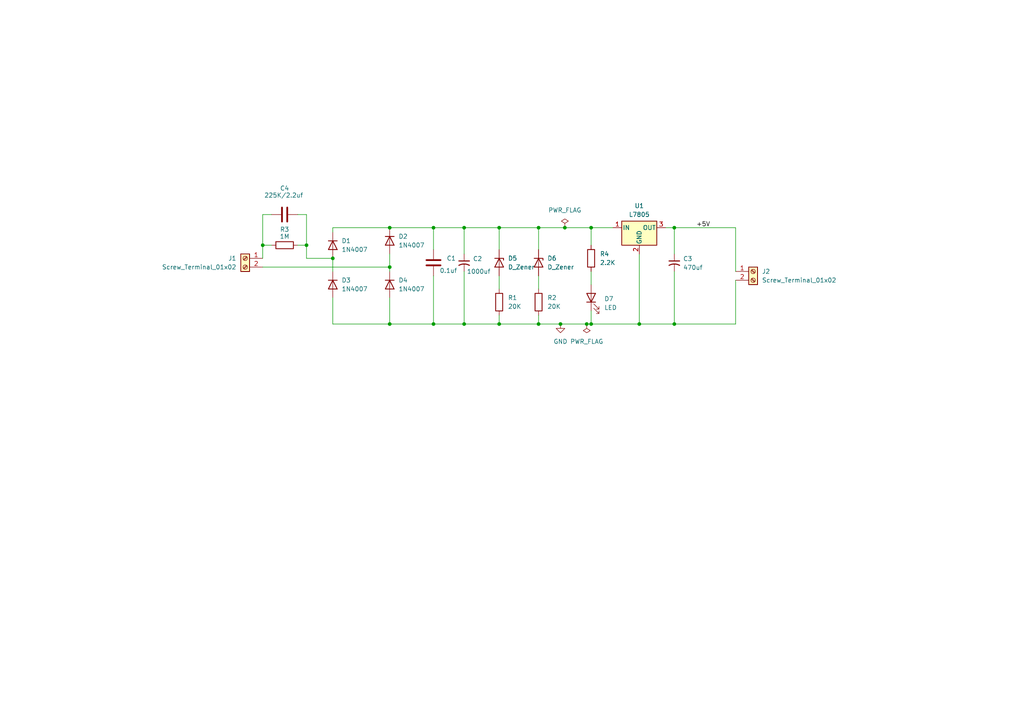
<source format=kicad_sch>
(kicad_sch
	(version 20250114)
	(generator "eeschema")
	(generator_version "9.0")
	(uuid "852b8085-38d4-4e24-b671-aadafc73cab0")
	(paper "A4")
	(lib_symbols
		(symbol "Connector:Screw_Terminal_01x02"
			(pin_names
				(offset 1.016)
				(hide yes)
			)
			(exclude_from_sim no)
			(in_bom yes)
			(on_board yes)
			(property "Reference" "J"
				(at 0 2.54 0)
				(effects
					(font
						(size 1.27 1.27)
					)
				)
			)
			(property "Value" "Screw_Terminal_01x02"
				(at 0 -5.08 0)
				(effects
					(font
						(size 1.27 1.27)
					)
				)
			)
			(property "Footprint" ""
				(at 0 0 0)
				(effects
					(font
						(size 1.27 1.27)
					)
					(hide yes)
				)
			)
			(property "Datasheet" "~"
				(at 0 0 0)
				(effects
					(font
						(size 1.27 1.27)
					)
					(hide yes)
				)
			)
			(property "Description" "Generic screw terminal, single row, 01x02, script generated (kicad-library-utils/schlib/autogen/connector/)"
				(at 0 0 0)
				(effects
					(font
						(size 1.27 1.27)
					)
					(hide yes)
				)
			)
			(property "ki_keywords" "screw terminal"
				(at 0 0 0)
				(effects
					(font
						(size 1.27 1.27)
					)
					(hide yes)
				)
			)
			(property "ki_fp_filters" "TerminalBlock*:*"
				(at 0 0 0)
				(effects
					(font
						(size 1.27 1.27)
					)
					(hide yes)
				)
			)
			(symbol "Screw_Terminal_01x02_1_1"
				(rectangle
					(start -1.27 1.27)
					(end 1.27 -3.81)
					(stroke
						(width 0.254)
						(type default)
					)
					(fill
						(type background)
					)
				)
				(polyline
					(pts
						(xy -0.5334 0.3302) (xy 0.3302 -0.508)
					)
					(stroke
						(width 0.1524)
						(type default)
					)
					(fill
						(type none)
					)
				)
				(polyline
					(pts
						(xy -0.5334 -2.2098) (xy 0.3302 -3.048)
					)
					(stroke
						(width 0.1524)
						(type default)
					)
					(fill
						(type none)
					)
				)
				(polyline
					(pts
						(xy -0.3556 0.508) (xy 0.508 -0.3302)
					)
					(stroke
						(width 0.1524)
						(type default)
					)
					(fill
						(type none)
					)
				)
				(polyline
					(pts
						(xy -0.3556 -2.032) (xy 0.508 -2.8702)
					)
					(stroke
						(width 0.1524)
						(type default)
					)
					(fill
						(type none)
					)
				)
				(circle
					(center 0 0)
					(radius 0.635)
					(stroke
						(width 0.1524)
						(type default)
					)
					(fill
						(type none)
					)
				)
				(circle
					(center 0 -2.54)
					(radius 0.635)
					(stroke
						(width 0.1524)
						(type default)
					)
					(fill
						(type none)
					)
				)
				(pin passive line
					(at -5.08 0 0)
					(length 3.81)
					(name "Pin_1"
						(effects
							(font
								(size 1.27 1.27)
							)
						)
					)
					(number "1"
						(effects
							(font
								(size 1.27 1.27)
							)
						)
					)
				)
				(pin passive line
					(at -5.08 -2.54 0)
					(length 3.81)
					(name "Pin_2"
						(effects
							(font
								(size 1.27 1.27)
							)
						)
					)
					(number "2"
						(effects
							(font
								(size 1.27 1.27)
							)
						)
					)
				)
			)
			(embedded_fonts no)
		)
		(symbol "Device:C"
			(pin_numbers
				(hide yes)
			)
			(pin_names
				(offset 0.254)
			)
			(exclude_from_sim no)
			(in_bom yes)
			(on_board yes)
			(property "Reference" "C"
				(at 0.635 2.54 0)
				(effects
					(font
						(size 1.27 1.27)
					)
					(justify left)
				)
			)
			(property "Value" "C"
				(at 0.635 -2.54 0)
				(effects
					(font
						(size 1.27 1.27)
					)
					(justify left)
				)
			)
			(property "Footprint" ""
				(at 0.9652 -3.81 0)
				(effects
					(font
						(size 1.27 1.27)
					)
					(hide yes)
				)
			)
			(property "Datasheet" "~"
				(at 0 0 0)
				(effects
					(font
						(size 1.27 1.27)
					)
					(hide yes)
				)
			)
			(property "Description" "Unpolarized capacitor"
				(at 0 0 0)
				(effects
					(font
						(size 1.27 1.27)
					)
					(hide yes)
				)
			)
			(property "ki_keywords" "cap capacitor"
				(at 0 0 0)
				(effects
					(font
						(size 1.27 1.27)
					)
					(hide yes)
				)
			)
			(property "ki_fp_filters" "C_*"
				(at 0 0 0)
				(effects
					(font
						(size 1.27 1.27)
					)
					(hide yes)
				)
			)
			(symbol "C_0_1"
				(polyline
					(pts
						(xy -2.032 0.762) (xy 2.032 0.762)
					)
					(stroke
						(width 0.508)
						(type default)
					)
					(fill
						(type none)
					)
				)
				(polyline
					(pts
						(xy -2.032 -0.762) (xy 2.032 -0.762)
					)
					(stroke
						(width 0.508)
						(type default)
					)
					(fill
						(type none)
					)
				)
			)
			(symbol "C_1_1"
				(pin passive line
					(at 0 3.81 270)
					(length 2.794)
					(name "~"
						(effects
							(font
								(size 1.27 1.27)
							)
						)
					)
					(number "1"
						(effects
							(font
								(size 1.27 1.27)
							)
						)
					)
				)
				(pin passive line
					(at 0 -3.81 90)
					(length 2.794)
					(name "~"
						(effects
							(font
								(size 1.27 1.27)
							)
						)
					)
					(number "2"
						(effects
							(font
								(size 1.27 1.27)
							)
						)
					)
				)
			)
			(embedded_fonts no)
		)
		(symbol "Device:C_Small_US"
			(pin_numbers
				(hide yes)
			)
			(pin_names
				(offset 0.254)
				(hide yes)
			)
			(exclude_from_sim no)
			(in_bom yes)
			(on_board yes)
			(property "Reference" "C"
				(at 0.254 1.778 0)
				(effects
					(font
						(size 1.27 1.27)
					)
					(justify left)
				)
			)
			(property "Value" "C_Small_US"
				(at 0.254 -2.032 0)
				(effects
					(font
						(size 1.27 1.27)
					)
					(justify left)
				)
			)
			(property "Footprint" ""
				(at 0 0 0)
				(effects
					(font
						(size 1.27 1.27)
					)
					(hide yes)
				)
			)
			(property "Datasheet" ""
				(at 0 0 0)
				(effects
					(font
						(size 1.27 1.27)
					)
					(hide yes)
				)
			)
			(property "Description" "capacitor, small US symbol"
				(at 0 0 0)
				(effects
					(font
						(size 1.27 1.27)
					)
					(hide yes)
				)
			)
			(property "ki_keywords" "cap capacitor"
				(at 0 0 0)
				(effects
					(font
						(size 1.27 1.27)
					)
					(hide yes)
				)
			)
			(property "ki_fp_filters" "C_*"
				(at 0 0 0)
				(effects
					(font
						(size 1.27 1.27)
					)
					(hide yes)
				)
			)
			(symbol "C_Small_US_0_1"
				(polyline
					(pts
						(xy -1.524 0.508) (xy 1.524 0.508)
					)
					(stroke
						(width 0.3048)
						(type default)
					)
					(fill
						(type none)
					)
				)
				(arc
					(start -1.524 -0.762)
					(mid 0 -0.3734)
					(end 1.524 -0.762)
					(stroke
						(width 0.3048)
						(type default)
					)
					(fill
						(type none)
					)
				)
			)
			(symbol "C_Small_US_1_1"
				(pin passive line
					(at 0 2.54 270)
					(length 2.032)
					(name "~"
						(effects
							(font
								(size 1.27 1.27)
							)
						)
					)
					(number "1"
						(effects
							(font
								(size 1.27 1.27)
							)
						)
					)
				)
				(pin passive line
					(at 0 -2.54 90)
					(length 2.032)
					(name "~"
						(effects
							(font
								(size 1.27 1.27)
							)
						)
					)
					(number "2"
						(effects
							(font
								(size 1.27 1.27)
							)
						)
					)
				)
			)
			(embedded_fonts no)
		)
		(symbol "Device:D_Zener"
			(pin_numbers
				(hide yes)
			)
			(pin_names
				(offset 1.016)
				(hide yes)
			)
			(exclude_from_sim no)
			(in_bom yes)
			(on_board yes)
			(property "Reference" "D"
				(at 0 2.54 0)
				(effects
					(font
						(size 1.27 1.27)
					)
				)
			)
			(property "Value" "D_Zener"
				(at 0 -2.54 0)
				(effects
					(font
						(size 1.27 1.27)
					)
				)
			)
			(property "Footprint" ""
				(at 0 0 0)
				(effects
					(font
						(size 1.27 1.27)
					)
					(hide yes)
				)
			)
			(property "Datasheet" "~"
				(at 0 0 0)
				(effects
					(font
						(size 1.27 1.27)
					)
					(hide yes)
				)
			)
			(property "Description" "Zener diode"
				(at 0 0 0)
				(effects
					(font
						(size 1.27 1.27)
					)
					(hide yes)
				)
			)
			(property "ki_keywords" "diode"
				(at 0 0 0)
				(effects
					(font
						(size 1.27 1.27)
					)
					(hide yes)
				)
			)
			(property "ki_fp_filters" "TO-???* *_Diode_* *SingleDiode* D_*"
				(at 0 0 0)
				(effects
					(font
						(size 1.27 1.27)
					)
					(hide yes)
				)
			)
			(symbol "D_Zener_0_1"
				(polyline
					(pts
						(xy -1.27 -1.27) (xy -1.27 1.27) (xy -0.762 1.27)
					)
					(stroke
						(width 0.254)
						(type default)
					)
					(fill
						(type none)
					)
				)
				(polyline
					(pts
						(xy 1.27 0) (xy -1.27 0)
					)
					(stroke
						(width 0)
						(type default)
					)
					(fill
						(type none)
					)
				)
				(polyline
					(pts
						(xy 1.27 -1.27) (xy 1.27 1.27) (xy -1.27 0) (xy 1.27 -1.27)
					)
					(stroke
						(width 0.254)
						(type default)
					)
					(fill
						(type none)
					)
				)
			)
			(symbol "D_Zener_1_1"
				(pin passive line
					(at -3.81 0 0)
					(length 2.54)
					(name "K"
						(effects
							(font
								(size 1.27 1.27)
							)
						)
					)
					(number "1"
						(effects
							(font
								(size 1.27 1.27)
							)
						)
					)
				)
				(pin passive line
					(at 3.81 0 180)
					(length 2.54)
					(name "A"
						(effects
							(font
								(size 1.27 1.27)
							)
						)
					)
					(number "2"
						(effects
							(font
								(size 1.27 1.27)
							)
						)
					)
				)
			)
			(embedded_fonts no)
		)
		(symbol "Device:LED"
			(pin_numbers
				(hide yes)
			)
			(pin_names
				(offset 1.016)
				(hide yes)
			)
			(exclude_from_sim no)
			(in_bom yes)
			(on_board yes)
			(property "Reference" "D"
				(at 0 2.54 0)
				(effects
					(font
						(size 1.27 1.27)
					)
				)
			)
			(property "Value" "LED"
				(at 0 -2.54 0)
				(effects
					(font
						(size 1.27 1.27)
					)
				)
			)
			(property "Footprint" ""
				(at 0 0 0)
				(effects
					(font
						(size 1.27 1.27)
					)
					(hide yes)
				)
			)
			(property "Datasheet" "~"
				(at 0 0 0)
				(effects
					(font
						(size 1.27 1.27)
					)
					(hide yes)
				)
			)
			(property "Description" "Light emitting diode"
				(at 0 0 0)
				(effects
					(font
						(size 1.27 1.27)
					)
					(hide yes)
				)
			)
			(property "Sim.Pins" "1=K 2=A"
				(at 0 0 0)
				(effects
					(font
						(size 1.27 1.27)
					)
					(hide yes)
				)
			)
			(property "ki_keywords" "LED diode"
				(at 0 0 0)
				(effects
					(font
						(size 1.27 1.27)
					)
					(hide yes)
				)
			)
			(property "ki_fp_filters" "LED* LED_SMD:* LED_THT:*"
				(at 0 0 0)
				(effects
					(font
						(size 1.27 1.27)
					)
					(hide yes)
				)
			)
			(symbol "LED_0_1"
				(polyline
					(pts
						(xy -3.048 -0.762) (xy -4.572 -2.286) (xy -3.81 -2.286) (xy -4.572 -2.286) (xy -4.572 -1.524)
					)
					(stroke
						(width 0)
						(type default)
					)
					(fill
						(type none)
					)
				)
				(polyline
					(pts
						(xy -1.778 -0.762) (xy -3.302 -2.286) (xy -2.54 -2.286) (xy -3.302 -2.286) (xy -3.302 -1.524)
					)
					(stroke
						(width 0)
						(type default)
					)
					(fill
						(type none)
					)
				)
				(polyline
					(pts
						(xy -1.27 0) (xy 1.27 0)
					)
					(stroke
						(width 0)
						(type default)
					)
					(fill
						(type none)
					)
				)
				(polyline
					(pts
						(xy -1.27 -1.27) (xy -1.27 1.27)
					)
					(stroke
						(width 0.254)
						(type default)
					)
					(fill
						(type none)
					)
				)
				(polyline
					(pts
						(xy 1.27 -1.27) (xy 1.27 1.27) (xy -1.27 0) (xy 1.27 -1.27)
					)
					(stroke
						(width 0.254)
						(type default)
					)
					(fill
						(type none)
					)
				)
			)
			(symbol "LED_1_1"
				(pin passive line
					(at -3.81 0 0)
					(length 2.54)
					(name "K"
						(effects
							(font
								(size 1.27 1.27)
							)
						)
					)
					(number "1"
						(effects
							(font
								(size 1.27 1.27)
							)
						)
					)
				)
				(pin passive line
					(at 3.81 0 180)
					(length 2.54)
					(name "A"
						(effects
							(font
								(size 1.27 1.27)
							)
						)
					)
					(number "2"
						(effects
							(font
								(size 1.27 1.27)
							)
						)
					)
				)
			)
			(embedded_fonts no)
		)
		(symbol "Device:R"
			(pin_numbers
				(hide yes)
			)
			(pin_names
				(offset 0)
			)
			(exclude_from_sim no)
			(in_bom yes)
			(on_board yes)
			(property "Reference" "R"
				(at 2.032 0 90)
				(effects
					(font
						(size 1.27 1.27)
					)
				)
			)
			(property "Value" "R"
				(at 0 0 90)
				(effects
					(font
						(size 1.27 1.27)
					)
				)
			)
			(property "Footprint" ""
				(at -1.778 0 90)
				(effects
					(font
						(size 1.27 1.27)
					)
					(hide yes)
				)
			)
			(property "Datasheet" "~"
				(at 0 0 0)
				(effects
					(font
						(size 1.27 1.27)
					)
					(hide yes)
				)
			)
			(property "Description" "Resistor"
				(at 0 0 0)
				(effects
					(font
						(size 1.27 1.27)
					)
					(hide yes)
				)
			)
			(property "ki_keywords" "R res resistor"
				(at 0 0 0)
				(effects
					(font
						(size 1.27 1.27)
					)
					(hide yes)
				)
			)
			(property "ki_fp_filters" "R_*"
				(at 0 0 0)
				(effects
					(font
						(size 1.27 1.27)
					)
					(hide yes)
				)
			)
			(symbol "R_0_1"
				(rectangle
					(start -1.016 -2.54)
					(end 1.016 2.54)
					(stroke
						(width 0.254)
						(type default)
					)
					(fill
						(type none)
					)
				)
			)
			(symbol "R_1_1"
				(pin passive line
					(at 0 3.81 270)
					(length 1.27)
					(name "~"
						(effects
							(font
								(size 1.27 1.27)
							)
						)
					)
					(number "1"
						(effects
							(font
								(size 1.27 1.27)
							)
						)
					)
				)
				(pin passive line
					(at 0 -3.81 90)
					(length 1.27)
					(name "~"
						(effects
							(font
								(size 1.27 1.27)
							)
						)
					)
					(number "2"
						(effects
							(font
								(size 1.27 1.27)
							)
						)
					)
				)
			)
			(embedded_fonts no)
		)
		(symbol "Diode:1N4007"
			(pin_numbers
				(hide yes)
			)
			(pin_names
				(hide yes)
			)
			(exclude_from_sim no)
			(in_bom yes)
			(on_board yes)
			(property "Reference" "D"
				(at 0 2.54 0)
				(effects
					(font
						(size 1.27 1.27)
					)
				)
			)
			(property "Value" "1N4007"
				(at 0 -2.54 0)
				(effects
					(font
						(size 1.27 1.27)
					)
				)
			)
			(property "Footprint" "Diode_THT:D_DO-41_SOD81_P10.16mm_Horizontal"
				(at 0 -4.445 0)
				(effects
					(font
						(size 1.27 1.27)
					)
					(hide yes)
				)
			)
			(property "Datasheet" "http://www.vishay.com/docs/88503/1n4001.pdf"
				(at 0 0 0)
				(effects
					(font
						(size 1.27 1.27)
					)
					(hide yes)
				)
			)
			(property "Description" "1000V 1A General Purpose Rectifier Diode, DO-41"
				(at 0 0 0)
				(effects
					(font
						(size 1.27 1.27)
					)
					(hide yes)
				)
			)
			(property "Sim.Device" "D"
				(at 0 0 0)
				(effects
					(font
						(size 1.27 1.27)
					)
					(hide yes)
				)
			)
			(property "Sim.Pins" "1=K 2=A"
				(at 0 0 0)
				(effects
					(font
						(size 1.27 1.27)
					)
					(hide yes)
				)
			)
			(property "ki_keywords" "diode"
				(at 0 0 0)
				(effects
					(font
						(size 1.27 1.27)
					)
					(hide yes)
				)
			)
			(property "ki_fp_filters" "D*DO?41*"
				(at 0 0 0)
				(effects
					(font
						(size 1.27 1.27)
					)
					(hide yes)
				)
			)
			(symbol "1N4007_0_1"
				(polyline
					(pts
						(xy -1.27 1.27) (xy -1.27 -1.27)
					)
					(stroke
						(width 0.254)
						(type default)
					)
					(fill
						(type none)
					)
				)
				(polyline
					(pts
						(xy 1.27 1.27) (xy 1.27 -1.27) (xy -1.27 0) (xy 1.27 1.27)
					)
					(stroke
						(width 0.254)
						(type default)
					)
					(fill
						(type none)
					)
				)
				(polyline
					(pts
						(xy 1.27 0) (xy -1.27 0)
					)
					(stroke
						(width 0)
						(type default)
					)
					(fill
						(type none)
					)
				)
			)
			(symbol "1N4007_1_1"
				(pin passive line
					(at -3.81 0 0)
					(length 2.54)
					(name "K"
						(effects
							(font
								(size 1.27 1.27)
							)
						)
					)
					(number "1"
						(effects
							(font
								(size 1.27 1.27)
							)
						)
					)
				)
				(pin passive line
					(at 3.81 0 180)
					(length 2.54)
					(name "A"
						(effects
							(font
								(size 1.27 1.27)
							)
						)
					)
					(number "2"
						(effects
							(font
								(size 1.27 1.27)
							)
						)
					)
				)
			)
			(embedded_fonts no)
		)
		(symbol "Regulator_Linear:L7805"
			(pin_names
				(offset 0.254)
			)
			(exclude_from_sim no)
			(in_bom yes)
			(on_board yes)
			(property "Reference" "U"
				(at -3.81 3.175 0)
				(effects
					(font
						(size 1.27 1.27)
					)
				)
			)
			(property "Value" "L7805"
				(at 0 3.175 0)
				(effects
					(font
						(size 1.27 1.27)
					)
					(justify left)
				)
			)
			(property "Footprint" ""
				(at 0.635 -3.81 0)
				(effects
					(font
						(size 1.27 1.27)
						(italic yes)
					)
					(justify left)
					(hide yes)
				)
			)
			(property "Datasheet" "http://www.st.com/content/ccc/resource/technical/document/datasheet/41/4f/b3/b0/12/d4/47/88/CD00000444.pdf/files/CD00000444.pdf/jcr:content/translations/en.CD00000444.pdf"
				(at 0 -1.27 0)
				(effects
					(font
						(size 1.27 1.27)
					)
					(hide yes)
				)
			)
			(property "Description" "Positive 1.5A 35V Linear Regulator, Fixed Output 5V, TO-220/TO-263/TO-252"
				(at 0 0 0)
				(effects
					(font
						(size 1.27 1.27)
					)
					(hide yes)
				)
			)
			(property "ki_keywords" "Voltage Regulator 1.5A Positive"
				(at 0 0 0)
				(effects
					(font
						(size 1.27 1.27)
					)
					(hide yes)
				)
			)
			(property "ki_fp_filters" "TO?252* TO?263* TO?220*"
				(at 0 0 0)
				(effects
					(font
						(size 1.27 1.27)
					)
					(hide yes)
				)
			)
			(symbol "L7805_0_1"
				(rectangle
					(start -5.08 1.905)
					(end 5.08 -5.08)
					(stroke
						(width 0.254)
						(type default)
					)
					(fill
						(type background)
					)
				)
			)
			(symbol "L7805_1_1"
				(pin power_in line
					(at -7.62 0 0)
					(length 2.54)
					(name "IN"
						(effects
							(font
								(size 1.27 1.27)
							)
						)
					)
					(number "1"
						(effects
							(font
								(size 1.27 1.27)
							)
						)
					)
				)
				(pin power_in line
					(at 0 -7.62 90)
					(length 2.54)
					(name "GND"
						(effects
							(font
								(size 1.27 1.27)
							)
						)
					)
					(number "2"
						(effects
							(font
								(size 1.27 1.27)
							)
						)
					)
				)
				(pin power_out line
					(at 7.62 0 180)
					(length 2.54)
					(name "OUT"
						(effects
							(font
								(size 1.27 1.27)
							)
						)
					)
					(number "3"
						(effects
							(font
								(size 1.27 1.27)
							)
						)
					)
				)
			)
			(embedded_fonts no)
		)
		(symbol "power:GND"
			(power)
			(pin_numbers
				(hide yes)
			)
			(pin_names
				(offset 0)
				(hide yes)
			)
			(exclude_from_sim no)
			(in_bom yes)
			(on_board yes)
			(property "Reference" "#PWR"
				(at 0 -6.35 0)
				(effects
					(font
						(size 1.27 1.27)
					)
					(hide yes)
				)
			)
			(property "Value" "GND"
				(at 0 -3.81 0)
				(effects
					(font
						(size 1.27 1.27)
					)
				)
			)
			(property "Footprint" ""
				(at 0 0 0)
				(effects
					(font
						(size 1.27 1.27)
					)
					(hide yes)
				)
			)
			(property "Datasheet" ""
				(at 0 0 0)
				(effects
					(font
						(size 1.27 1.27)
					)
					(hide yes)
				)
			)
			(property "Description" "Power symbol creates a global label with name \"GND\" , ground"
				(at 0 0 0)
				(effects
					(font
						(size 1.27 1.27)
					)
					(hide yes)
				)
			)
			(property "ki_keywords" "global power"
				(at 0 0 0)
				(effects
					(font
						(size 1.27 1.27)
					)
					(hide yes)
				)
			)
			(symbol "GND_0_1"
				(polyline
					(pts
						(xy 0 0) (xy 0 -1.27) (xy 1.27 -1.27) (xy 0 -2.54) (xy -1.27 -1.27) (xy 0 -1.27)
					)
					(stroke
						(width 0)
						(type default)
					)
					(fill
						(type none)
					)
				)
			)
			(symbol "GND_1_1"
				(pin power_in line
					(at 0 0 270)
					(length 0)
					(name "~"
						(effects
							(font
								(size 1.27 1.27)
							)
						)
					)
					(number "1"
						(effects
							(font
								(size 1.27 1.27)
							)
						)
					)
				)
			)
			(embedded_fonts no)
		)
		(symbol "power:PWR_FLAG"
			(power)
			(pin_numbers
				(hide yes)
			)
			(pin_names
				(offset 0)
				(hide yes)
			)
			(exclude_from_sim no)
			(in_bom yes)
			(on_board yes)
			(property "Reference" "#FLG"
				(at 0 1.905 0)
				(effects
					(font
						(size 1.27 1.27)
					)
					(hide yes)
				)
			)
			(property "Value" "PWR_FLAG"
				(at 0 3.81 0)
				(effects
					(font
						(size 1.27 1.27)
					)
				)
			)
			(property "Footprint" ""
				(at 0 0 0)
				(effects
					(font
						(size 1.27 1.27)
					)
					(hide yes)
				)
			)
			(property "Datasheet" "~"
				(at 0 0 0)
				(effects
					(font
						(size 1.27 1.27)
					)
					(hide yes)
				)
			)
			(property "Description" "Special symbol for telling ERC where power comes from"
				(at 0 0 0)
				(effects
					(font
						(size 1.27 1.27)
					)
					(hide yes)
				)
			)
			(property "ki_keywords" "flag power"
				(at 0 0 0)
				(effects
					(font
						(size 1.27 1.27)
					)
					(hide yes)
				)
			)
			(symbol "PWR_FLAG_0_0"
				(pin power_out line
					(at 0 0 90)
					(length 0)
					(name "~"
						(effects
							(font
								(size 1.27 1.27)
							)
						)
					)
					(number "1"
						(effects
							(font
								(size 1.27 1.27)
							)
						)
					)
				)
			)
			(symbol "PWR_FLAG_0_1"
				(polyline
					(pts
						(xy 0 0) (xy 0 1.27) (xy -1.016 1.905) (xy 0 2.54) (xy 1.016 1.905) (xy 0 1.27)
					)
					(stroke
						(width 0)
						(type default)
					)
					(fill
						(type none)
					)
				)
			)
			(embedded_fonts no)
		)
	)
	(junction
		(at 162.56 93.98)
		(diameter 0)
		(color 0 0 0 0)
		(uuid "2e534c5b-019d-4f31-8968-9f2ffca62f9b")
	)
	(junction
		(at 113.03 77.47)
		(diameter 0)
		(color 0 0 0 0)
		(uuid "359b8d88-b443-4d8a-b7c5-b606d9648c3a")
	)
	(junction
		(at 144.78 66.04)
		(diameter 0)
		(color 0 0 0 0)
		(uuid "39c2d5a4-0514-4135-9e85-17fcddb264c6")
	)
	(junction
		(at 76.2 71.12)
		(diameter 0)
		(color 0 0 0 0)
		(uuid "3a28a231-3049-4e91-a3af-ca00dd3244c8")
	)
	(junction
		(at 88.9 71.12)
		(diameter 0)
		(color 0 0 0 0)
		(uuid "643e875a-1709-428e-8422-a6a90bb2d2fa")
	)
	(junction
		(at 156.21 93.98)
		(diameter 0)
		(color 0 0 0 0)
		(uuid "6a367413-3bd8-4b2f-9f64-ca3f1dac6e81")
	)
	(junction
		(at 195.58 66.04)
		(diameter 0)
		(color 0 0 0 0)
		(uuid "74a4f831-443d-4d9f-95c3-baef1c297af0")
	)
	(junction
		(at 113.03 66.04)
		(diameter 0)
		(color 0 0 0 0)
		(uuid "78e22fc7-41fa-42f6-a6aa-274c62bf2d20")
	)
	(junction
		(at 125.73 93.98)
		(diameter 0)
		(color 0 0 0 0)
		(uuid "8e8216b5-210a-4509-8b2b-2a5ea375bc3c")
	)
	(junction
		(at 170.18 93.98)
		(diameter 0)
		(color 0 0 0 0)
		(uuid "90f9033b-d5ff-4636-b6dd-6ce161d8547f")
	)
	(junction
		(at 171.45 66.04)
		(diameter 0)
		(color 0 0 0 0)
		(uuid "9628269f-3319-4d5c-8b72-832e5a19d359")
	)
	(junction
		(at 134.62 66.04)
		(diameter 0)
		(color 0 0 0 0)
		(uuid "9a8be22c-0341-4430-bc9b-ff02143d9795")
	)
	(junction
		(at 96.52 74.93)
		(diameter 0)
		(color 0 0 0 0)
		(uuid "a2692fcb-3cb5-4614-948b-30d4774557ff")
	)
	(junction
		(at 195.58 93.98)
		(diameter 0)
		(color 0 0 0 0)
		(uuid "b25ac74f-7a19-44b5-a658-305a2802057c")
	)
	(junction
		(at 134.62 93.98)
		(diameter 0)
		(color 0 0 0 0)
		(uuid "b7cef448-ba65-41c1-986f-1aee8b8e1ddb")
	)
	(junction
		(at 156.21 66.04)
		(diameter 0)
		(color 0 0 0 0)
		(uuid "b7dee586-b88b-41f6-8b2f-7c09d6766f9e")
	)
	(junction
		(at 113.03 93.98)
		(diameter 0)
		(color 0 0 0 0)
		(uuid "c421b1da-14d3-4373-b1cc-06c5be7c6e52")
	)
	(junction
		(at 163.83 66.04)
		(diameter 0)
		(color 0 0 0 0)
		(uuid "dd09a163-663f-4508-9260-cecc78ca9b77")
	)
	(junction
		(at 144.78 93.98)
		(diameter 0)
		(color 0 0 0 0)
		(uuid "df901ab3-15da-49e3-b089-c681a897daf6")
	)
	(junction
		(at 185.42 93.98)
		(diameter 0)
		(color 0 0 0 0)
		(uuid "e26304ac-766d-4361-bc62-b904b742294a")
	)
	(junction
		(at 171.45 93.98)
		(diameter 0)
		(color 0 0 0 0)
		(uuid "e7900775-337c-45fa-a4bb-79bccff90cd1")
	)
	(junction
		(at 125.73 66.04)
		(diameter 0)
		(color 0 0 0 0)
		(uuid "f5581d1f-804c-494d-b6f0-d1f62df5f899")
	)
	(wire
		(pts
			(xy 76.2 74.93) (xy 76.2 71.12)
		)
		(stroke
			(width 0)
			(type default)
		)
		(uuid "0335ec10-bae0-491f-bac1-2402c19e3bbc")
	)
	(wire
		(pts
			(xy 96.52 66.04) (xy 113.03 66.04)
		)
		(stroke
			(width 0)
			(type default)
		)
		(uuid "0561f318-2479-400c-89a9-1f0c38c349a2")
	)
	(wire
		(pts
			(xy 144.78 93.98) (xy 134.62 93.98)
		)
		(stroke
			(width 0)
			(type default)
		)
		(uuid "06a6d401-c290-4cd7-ae6c-b248bf7095ec")
	)
	(wire
		(pts
			(xy 156.21 66.04) (xy 163.83 66.04)
		)
		(stroke
			(width 0)
			(type default)
		)
		(uuid "0d39bc05-e37b-44d2-b29b-42476ba65938")
	)
	(wire
		(pts
			(xy 213.36 93.98) (xy 195.58 93.98)
		)
		(stroke
			(width 0)
			(type default)
		)
		(uuid "0ed8da7c-518a-4036-9702-c9f756728337")
	)
	(wire
		(pts
			(xy 185.42 93.98) (xy 195.58 93.98)
		)
		(stroke
			(width 0)
			(type default)
		)
		(uuid "124105dc-fc83-4e17-a86c-6a2cc7d9d6bf")
	)
	(wire
		(pts
			(xy 185.42 73.66) (xy 185.42 93.98)
		)
		(stroke
			(width 0)
			(type default)
		)
		(uuid "131da81b-2274-4e2b-98d1-b89dfe399bf8")
	)
	(wire
		(pts
			(xy 144.78 91.44) (xy 144.78 93.98)
		)
		(stroke
			(width 0)
			(type default)
		)
		(uuid "1e3094e9-6390-46b1-8fbb-eb095bb48eed")
	)
	(wire
		(pts
			(xy 76.2 77.47) (xy 113.03 77.47)
		)
		(stroke
			(width 0)
			(type default)
		)
		(uuid "2156887e-355f-45d5-a9fd-19d91aed7a65")
	)
	(wire
		(pts
			(xy 213.36 66.04) (xy 195.58 66.04)
		)
		(stroke
			(width 0)
			(type default)
		)
		(uuid "249a0fd3-cee8-46eb-9eb2-f76822e0598b")
	)
	(wire
		(pts
			(xy 213.36 78.74) (xy 213.36 66.04)
		)
		(stroke
			(width 0)
			(type default)
		)
		(uuid "29caf02d-2454-44e6-bb23-7262581cdca8")
	)
	(wire
		(pts
			(xy 195.58 78.74) (xy 195.58 93.98)
		)
		(stroke
			(width 0)
			(type default)
		)
		(uuid "2c16e685-2a67-4e62-be8e-d037884dd92c")
	)
	(wire
		(pts
			(xy 144.78 80.01) (xy 144.78 83.82)
		)
		(stroke
			(width 0)
			(type default)
		)
		(uuid "37f7cd3f-346b-4309-82af-baf68efcbbd8")
	)
	(wire
		(pts
			(xy 134.62 78.74) (xy 134.62 93.98)
		)
		(stroke
			(width 0)
			(type default)
		)
		(uuid "447c1858-2175-4a6b-80cd-bf0919e12488")
	)
	(wire
		(pts
			(xy 163.83 66.04) (xy 171.45 66.04)
		)
		(stroke
			(width 0)
			(type default)
		)
		(uuid "44adbceb-35a0-4083-88d8-58b449cd771c")
	)
	(wire
		(pts
			(xy 156.21 72.39) (xy 156.21 66.04)
		)
		(stroke
			(width 0)
			(type default)
		)
		(uuid "45a65a90-c642-46e6-9806-1a559021c988")
	)
	(wire
		(pts
			(xy 113.03 77.47) (xy 113.03 78.74)
		)
		(stroke
			(width 0)
			(type default)
		)
		(uuid "47ebaa0c-6d15-4375-a256-ac646d2a6368")
	)
	(wire
		(pts
			(xy 96.52 74.93) (xy 96.52 78.74)
		)
		(stroke
			(width 0)
			(type default)
		)
		(uuid "4a86de73-3747-45fd-9185-1a12497a1774")
	)
	(wire
		(pts
			(xy 125.73 93.98) (xy 113.03 93.98)
		)
		(stroke
			(width 0)
			(type default)
		)
		(uuid "4b67f2a9-61e0-4401-ba97-165212459c95")
	)
	(wire
		(pts
			(xy 113.03 86.36) (xy 113.03 93.98)
		)
		(stroke
			(width 0)
			(type default)
		)
		(uuid "4d081748-02af-4c9e-9c76-f25f0746cccf")
	)
	(wire
		(pts
			(xy 162.56 93.98) (xy 170.18 93.98)
		)
		(stroke
			(width 0)
			(type default)
		)
		(uuid "57366e04-77ba-4479-bafa-034ce40b0d6d")
	)
	(wire
		(pts
			(xy 88.9 62.23) (xy 88.9 71.12)
		)
		(stroke
			(width 0)
			(type default)
		)
		(uuid "57c574af-5872-4a25-b403-367dca3ab0aa")
	)
	(wire
		(pts
			(xy 76.2 62.23) (xy 76.2 71.12)
		)
		(stroke
			(width 0)
			(type default)
		)
		(uuid "5b87df07-14d5-4337-8501-2537c1f52b09")
	)
	(wire
		(pts
			(xy 88.9 71.12) (xy 88.9 74.93)
		)
		(stroke
			(width 0)
			(type default)
		)
		(uuid "5ec8c9fe-a44f-4033-8aa7-a6cdb93b22d1")
	)
	(wire
		(pts
			(xy 96.52 86.36) (xy 96.52 93.98)
		)
		(stroke
			(width 0)
			(type default)
		)
		(uuid "698c6d03-7e23-4939-8f98-ced5e50211b7")
	)
	(wire
		(pts
			(xy 76.2 71.12) (xy 78.74 71.12)
		)
		(stroke
			(width 0)
			(type default)
		)
		(uuid "69fcfce9-f8f4-4349-b1ba-be9f67a70780")
	)
	(wire
		(pts
			(xy 76.2 62.23) (xy 78.74 62.23)
		)
		(stroke
			(width 0)
			(type default)
		)
		(uuid "6a6a69d5-5917-4d3b-ae81-8623e8f361d4")
	)
	(wire
		(pts
			(xy 156.21 93.98) (xy 144.78 93.98)
		)
		(stroke
			(width 0)
			(type default)
		)
		(uuid "72d76219-24e4-4813-ad14-2c0e1bdd93bd")
	)
	(wire
		(pts
			(xy 113.03 66.04) (xy 125.73 66.04)
		)
		(stroke
			(width 0)
			(type default)
		)
		(uuid "77155453-9171-49b9-a4cf-918a417d9de5")
	)
	(wire
		(pts
			(xy 170.18 93.98) (xy 171.45 93.98)
		)
		(stroke
			(width 0)
			(type default)
		)
		(uuid "7adcfad6-93ad-4e33-8161-b48a2b5b5e29")
	)
	(wire
		(pts
			(xy 171.45 71.12) (xy 171.45 66.04)
		)
		(stroke
			(width 0)
			(type default)
		)
		(uuid "7e2428cd-1fe9-4ad4-9d3e-24eeed5d30c1")
	)
	(wire
		(pts
			(xy 96.52 67.31) (xy 96.52 66.04)
		)
		(stroke
			(width 0)
			(type default)
		)
		(uuid "825f01c9-ccc1-4015-bd2f-05f62a291899")
	)
	(wire
		(pts
			(xy 96.52 74.93) (xy 88.9 74.93)
		)
		(stroke
			(width 0)
			(type default)
		)
		(uuid "867556cc-22ed-4676-9a49-1219c75978c4")
	)
	(wire
		(pts
			(xy 171.45 78.74) (xy 171.45 82.55)
		)
		(stroke
			(width 0)
			(type default)
		)
		(uuid "8bf4f3fe-251f-465a-b9bb-02600718dc9c")
	)
	(wire
		(pts
			(xy 195.58 66.04) (xy 195.58 73.66)
		)
		(stroke
			(width 0)
			(type default)
		)
		(uuid "8db1669f-dba9-4c31-a1d4-bb3361ea7d32")
	)
	(wire
		(pts
			(xy 156.21 80.01) (xy 156.21 83.82)
		)
		(stroke
			(width 0)
			(type default)
		)
		(uuid "95bcf101-2530-4711-ae8a-8d4de1a342dd")
	)
	(wire
		(pts
			(xy 96.52 93.98) (xy 113.03 93.98)
		)
		(stroke
			(width 0)
			(type default)
		)
		(uuid "9a737174-f0dd-4990-b13a-9b86bbac1794")
	)
	(wire
		(pts
			(xy 171.45 93.98) (xy 171.45 90.17)
		)
		(stroke
			(width 0)
			(type default)
		)
		(uuid "9e548b8e-8e7b-4592-b0c8-84e28f4abd7a")
	)
	(wire
		(pts
			(xy 125.73 66.04) (xy 134.62 66.04)
		)
		(stroke
			(width 0)
			(type default)
		)
		(uuid "a77ed682-9f8e-47df-bf19-1cc8223df9b3")
	)
	(wire
		(pts
			(xy 113.03 73.66) (xy 113.03 77.47)
		)
		(stroke
			(width 0)
			(type default)
		)
		(uuid "b9b68a05-8307-420e-9fe7-19a796617330")
	)
	(wire
		(pts
			(xy 193.04 66.04) (xy 195.58 66.04)
		)
		(stroke
			(width 0)
			(type default)
		)
		(uuid "bce88517-4089-4e15-aae0-07db5a05197f")
	)
	(wire
		(pts
			(xy 185.42 93.98) (xy 171.45 93.98)
		)
		(stroke
			(width 0)
			(type default)
		)
		(uuid "bf5cc236-bb06-423d-b51b-2726f25d378f")
	)
	(wire
		(pts
			(xy 156.21 91.44) (xy 156.21 93.98)
		)
		(stroke
			(width 0)
			(type default)
		)
		(uuid "c166e546-011f-45b7-b60e-ab6f00b11a6b")
	)
	(wire
		(pts
			(xy 134.62 73.66) (xy 134.62 66.04)
		)
		(stroke
			(width 0)
			(type default)
		)
		(uuid "c45c2083-8b50-49ea-b40f-fcb46d35e64c")
	)
	(wire
		(pts
			(xy 86.36 62.23) (xy 88.9 62.23)
		)
		(stroke
			(width 0)
			(type default)
		)
		(uuid "c582fe09-7ee7-455e-aeb2-15064efaf166")
	)
	(wire
		(pts
			(xy 144.78 72.39) (xy 144.78 66.04)
		)
		(stroke
			(width 0)
			(type default)
		)
		(uuid "d16bef63-3111-4a0e-8832-8f9fe862303e")
	)
	(wire
		(pts
			(xy 171.45 66.04) (xy 177.8 66.04)
		)
		(stroke
			(width 0)
			(type default)
		)
		(uuid "d23f3df1-225a-4a4e-a3a6-e6521f1c7019")
	)
	(wire
		(pts
			(xy 213.36 81.28) (xy 213.36 93.98)
		)
		(stroke
			(width 0)
			(type default)
		)
		(uuid "d6248c8b-c83c-4ad8-b6b2-6359cc917f23")
	)
	(wire
		(pts
			(xy 134.62 93.98) (xy 125.73 93.98)
		)
		(stroke
			(width 0)
			(type default)
		)
		(uuid "dc2d6e3b-d80b-494b-91de-fa52012c1e2e")
	)
	(wire
		(pts
			(xy 156.21 66.04) (xy 144.78 66.04)
		)
		(stroke
			(width 0)
			(type default)
		)
		(uuid "ed3f5d25-2022-4e1e-add1-9f3fd4bb5dfd")
	)
	(wire
		(pts
			(xy 144.78 66.04) (xy 134.62 66.04)
		)
		(stroke
			(width 0)
			(type default)
		)
		(uuid "f22034a2-7c05-4917-b73a-b6cf563da5ad")
	)
	(wire
		(pts
			(xy 125.73 72.39) (xy 125.73 66.04)
		)
		(stroke
			(width 0)
			(type default)
		)
		(uuid "f575089f-2399-48e5-b8a0-521ff2e7a11d")
	)
	(wire
		(pts
			(xy 156.21 93.98) (xy 162.56 93.98)
		)
		(stroke
			(width 0)
			(type default)
		)
		(uuid "f7b079c5-6f75-41a1-aace-3b0d85b23373")
	)
	(wire
		(pts
			(xy 125.73 80.01) (xy 125.73 93.98)
		)
		(stroke
			(width 0)
			(type default)
		)
		(uuid "f906f75f-43d1-41de-86f4-80dc5a6acad3")
	)
	(wire
		(pts
			(xy 86.36 71.12) (xy 88.9 71.12)
		)
		(stroke
			(width 0)
			(type default)
		)
		(uuid "fc3d5a70-45cd-4a94-bba8-3865d507d8e7")
	)
	(label "+5V"
		(at 201.93 66.04 0)
		(effects
			(font
				(size 1.27 1.27)
			)
			(justify left bottom)
		)
		(uuid "357a83e2-aba6-4821-b33a-463f67f7432f")
	)
	(symbol
		(lib_id "Device:C_Small_US")
		(at 195.58 76.2 0)
		(unit 1)
		(exclude_from_sim no)
		(in_bom yes)
		(on_board yes)
		(dnp no)
		(fields_autoplaced yes)
		(uuid "06946da1-aa04-45a1-98d3-7acaf3d97bf8")
		(property "Reference" "C3"
			(at 198.12 75.0569 0)
			(effects
				(font
					(size 1.27 1.27)
				)
				(justify left)
			)
		)
		(property "Value" "470uf"
			(at 198.12 77.5969 0)
			(effects
				(font
					(size 1.27 1.27)
				)
				(justify left)
			)
		)
		(property "Footprint" "Capacitor_THT:CP_Radial_D10.0mm_P3.80mm"
			(at 195.58 76.2 0)
			(effects
				(font
					(size 1.27 1.27)
				)
				(hide yes)
			)
		)
		(property "Datasheet" ""
			(at 195.58 76.2 0)
			(effects
				(font
					(size 1.27 1.27)
				)
				(hide yes)
			)
		)
		(property "Description" "capacitor, small US symbol"
			(at 195.58 76.2 0)
			(effects
				(font
					(size 1.27 1.27)
				)
				(hide yes)
			)
		)
		(pin "1"
			(uuid "7f84feea-86de-4e1c-b783-eec619d3add8")
		)
		(pin "2"
			(uuid "135ffb42-d105-482e-b189-1f6e34e44a32")
		)
		(instances
			(project "powerwithouttrans"
				(path "/852b8085-38d4-4e24-b671-aadafc73cab0"
					(reference "C3")
					(unit 1)
				)
			)
		)
	)
	(symbol
		(lib_id "power:PWR_FLAG")
		(at 170.18 93.98 180)
		(unit 1)
		(exclude_from_sim no)
		(in_bom yes)
		(on_board yes)
		(dnp no)
		(fields_autoplaced yes)
		(uuid "0907695f-13cc-4d09-a55a-0c338d0ad8de")
		(property "Reference" "#FLG03"
			(at 170.18 95.885 0)
			(effects
				(font
					(size 1.27 1.27)
				)
				(hide yes)
			)
		)
		(property "Value" "PWR_FLAG"
			(at 170.18 99.06 0)
			(effects
				(font
					(size 1.27 1.27)
				)
			)
		)
		(property "Footprint" ""
			(at 170.18 93.98 0)
			(effects
				(font
					(size 1.27 1.27)
				)
				(hide yes)
			)
		)
		(property "Datasheet" "~"
			(at 170.18 93.98 0)
			(effects
				(font
					(size 1.27 1.27)
				)
				(hide yes)
			)
		)
		(property "Description" "Special symbol for telling ERC where power comes from"
			(at 170.18 93.98 0)
			(effects
				(font
					(size 1.27 1.27)
				)
				(hide yes)
			)
		)
		(pin "1"
			(uuid "abec81a8-79b0-4755-aefd-f442d50d7fa7")
		)
		(instances
			(project "powerwithouttrans"
				(path "/852b8085-38d4-4e24-b671-aadafc73cab0"
					(reference "#FLG03")
					(unit 1)
				)
			)
		)
	)
	(symbol
		(lib_id "Diode:1N4007")
		(at 96.52 82.55 270)
		(unit 1)
		(exclude_from_sim no)
		(in_bom yes)
		(on_board yes)
		(dnp no)
		(fields_autoplaced yes)
		(uuid "1f6b8eb8-c9bb-4382-a46f-edea0f21902e")
		(property "Reference" "D3"
			(at 99.06 81.2799 90)
			(effects
				(font
					(size 1.27 1.27)
				)
				(justify left)
			)
		)
		(property "Value" "1N4007"
			(at 99.06 83.8199 90)
			(effects
				(font
					(size 1.27 1.27)
				)
				(justify left)
			)
		)
		(property "Footprint" "Diode_THT:D_DO-41_SOD81_P10.16mm_Horizontal"
			(at 92.075 82.55 0)
			(effects
				(font
					(size 1.27 1.27)
				)
				(hide yes)
			)
		)
		(property "Datasheet" "http://www.vishay.com/docs/88503/1n4001.pdf"
			(at 96.52 82.55 0)
			(effects
				(font
					(size 1.27 1.27)
				)
				(hide yes)
			)
		)
		(property "Description" "1000V 1A General Purpose Rectifier Diode, DO-41"
			(at 96.52 82.55 0)
			(effects
				(font
					(size 1.27 1.27)
				)
				(hide yes)
			)
		)
		(property "Sim.Device" "D"
			(at 96.52 82.55 0)
			(effects
				(font
					(size 1.27 1.27)
				)
				(hide yes)
			)
		)
		(property "Sim.Pins" "1=K 2=A"
			(at 96.52 82.55 0)
			(effects
				(font
					(size 1.27 1.27)
				)
				(hide yes)
			)
		)
		(pin "1"
			(uuid "feeb8fb3-8912-4c29-8cd8-580504e96825")
		)
		(pin "2"
			(uuid "c282c632-f4cc-409c-a9ba-14e4564daf4a")
		)
		(instances
			(project "powerwithouttrans"
				(path "/852b8085-38d4-4e24-b671-aadafc73cab0"
					(reference "D3")
					(unit 1)
				)
			)
		)
	)
	(symbol
		(lib_id "Device:R")
		(at 144.78 87.63 0)
		(unit 1)
		(exclude_from_sim no)
		(in_bom yes)
		(on_board yes)
		(dnp no)
		(fields_autoplaced yes)
		(uuid "298b2c1e-d07d-4ea1-8256-c071dce1da91")
		(property "Reference" "R1"
			(at 147.32 86.3599 0)
			(effects
				(font
					(size 1.27 1.27)
				)
				(justify left)
			)
		)
		(property "Value" "20K"
			(at 147.32 88.8999 0)
			(effects
				(font
					(size 1.27 1.27)
				)
				(justify left)
			)
		)
		(property "Footprint" "Resistor_THT:R_Axial_DIN0207_L6.3mm_D2.5mm_P7.62mm_Horizontal"
			(at 143.002 87.63 90)
			(effects
				(font
					(size 1.27 1.27)
				)
				(hide yes)
			)
		)
		(property "Datasheet" "~"
			(at 144.78 87.63 0)
			(effects
				(font
					(size 1.27 1.27)
				)
				(hide yes)
			)
		)
		(property "Description" "Resistor"
			(at 144.78 87.63 0)
			(effects
				(font
					(size 1.27 1.27)
				)
				(hide yes)
			)
		)
		(pin "1"
			(uuid "04b1dacc-4bbd-4c50-9234-7f5e3a889daf")
		)
		(pin "2"
			(uuid "63ebde14-b538-4b6d-9922-91468e05e7bc")
		)
		(instances
			(project ""
				(path "/852b8085-38d4-4e24-b671-aadafc73cab0"
					(reference "R1")
					(unit 1)
				)
			)
		)
	)
	(symbol
		(lib_id "Device:R")
		(at 171.45 74.93 0)
		(unit 1)
		(exclude_from_sim no)
		(in_bom yes)
		(on_board yes)
		(dnp no)
		(fields_autoplaced yes)
		(uuid "348bd55a-975f-44e0-bbdc-2f42f34324ce")
		(property "Reference" "R4"
			(at 173.99 73.6599 0)
			(effects
				(font
					(size 1.27 1.27)
				)
				(justify left)
			)
		)
		(property "Value" "2.2K"
			(at 173.99 76.1999 0)
			(effects
				(font
					(size 1.27 1.27)
				)
				(justify left)
			)
		)
		(property "Footprint" "Resistor_THT:R_Axial_DIN0207_L6.3mm_D2.5mm_P7.62mm_Horizontal"
			(at 169.672 74.93 90)
			(effects
				(font
					(size 1.27 1.27)
				)
				(hide yes)
			)
		)
		(property "Datasheet" "~"
			(at 171.45 74.93 0)
			(effects
				(font
					(size 1.27 1.27)
				)
				(hide yes)
			)
		)
		(property "Description" "Resistor"
			(at 171.45 74.93 0)
			(effects
				(font
					(size 1.27 1.27)
				)
				(hide yes)
			)
		)
		(pin "1"
			(uuid "1508a2ce-8e91-4159-b72d-af250a540c99")
		)
		(pin "2"
			(uuid "89a88a7f-0d5f-4d06-b179-ca65431fa212")
		)
		(instances
			(project "powerwithouttrans"
				(path "/852b8085-38d4-4e24-b671-aadafc73cab0"
					(reference "R4")
					(unit 1)
				)
			)
		)
	)
	(symbol
		(lib_id "Diode:1N4007")
		(at 113.03 69.85 270)
		(unit 1)
		(exclude_from_sim no)
		(in_bom yes)
		(on_board yes)
		(dnp no)
		(fields_autoplaced yes)
		(uuid "38ba89ec-dfec-459c-9d69-2f82d1946026")
		(property "Reference" "D2"
			(at 115.57 68.5799 90)
			(effects
				(font
					(size 1.27 1.27)
				)
				(justify left)
			)
		)
		(property "Value" "1N4007"
			(at 115.57 71.1199 90)
			(effects
				(font
					(size 1.27 1.27)
				)
				(justify left)
			)
		)
		(property "Footprint" "Diode_THT:D_DO-41_SOD81_P10.16mm_Horizontal"
			(at 108.585 69.85 0)
			(effects
				(font
					(size 1.27 1.27)
				)
				(hide yes)
			)
		)
		(property "Datasheet" "http://www.vishay.com/docs/88503/1n4001.pdf"
			(at 113.03 69.85 0)
			(effects
				(font
					(size 1.27 1.27)
				)
				(hide yes)
			)
		)
		(property "Description" "1000V 1A General Purpose Rectifier Diode, DO-41"
			(at 113.03 69.85 0)
			(effects
				(font
					(size 1.27 1.27)
				)
				(hide yes)
			)
		)
		(property "Sim.Device" "D"
			(at 113.03 69.85 0)
			(effects
				(font
					(size 1.27 1.27)
				)
				(hide yes)
			)
		)
		(property "Sim.Pins" "1=K 2=A"
			(at 113.03 69.85 0)
			(effects
				(font
					(size 1.27 1.27)
				)
				(hide yes)
			)
		)
		(pin "1"
			(uuid "52d9fa9c-b1a3-40df-8d24-06a8205537d6")
		)
		(pin "2"
			(uuid "e8d5b891-30c8-4af4-9045-ac5944953c77")
		)
		(instances
			(project "powerwithouttrans"
				(path "/852b8085-38d4-4e24-b671-aadafc73cab0"
					(reference "D2")
					(unit 1)
				)
			)
		)
	)
	(symbol
		(lib_id "Device:C")
		(at 82.55 62.23 270)
		(unit 1)
		(exclude_from_sim no)
		(in_bom yes)
		(on_board yes)
		(dnp no)
		(uuid "4bd121e1-0b86-495d-947c-dcfb33fb6814")
		(property "Reference" "C4"
			(at 82.55 54.61 90)
			(effects
				(font
					(size 1.27 1.27)
				)
			)
		)
		(property "Value" "225K/2.2uf"
			(at 82.296 56.642 90)
			(effects
				(font
					(size 1.27 1.27)
				)
			)
		)
		(property "Footprint" "Capacitor_THT:C_Rect_L18.0mm_W6.0mm_P15.00mm_FKS3_FKP3"
			(at 78.74 63.1952 0)
			(effects
				(font
					(size 1.27 1.27)
				)
				(hide yes)
			)
		)
		(property "Datasheet" "~"
			(at 82.55 62.23 0)
			(effects
				(font
					(size 1.27 1.27)
				)
				(hide yes)
			)
		)
		(property "Description" "Unpolarized capacitor"
			(at 82.55 62.23 0)
			(effects
				(font
					(size 1.27 1.27)
				)
				(hide yes)
			)
		)
		(pin "1"
			(uuid "055b3276-f6a2-48ab-8533-db9a0f757cac")
		)
		(pin "2"
			(uuid "54ea20c9-c176-45f1-8a7d-1e4fb05de07c")
		)
		(instances
			(project "powerwithouttrans"
				(path "/852b8085-38d4-4e24-b671-aadafc73cab0"
					(reference "C4")
					(unit 1)
				)
			)
		)
	)
	(symbol
		(lib_id "Connector:Screw_Terminal_01x02")
		(at 218.44 78.74 0)
		(unit 1)
		(exclude_from_sim no)
		(in_bom yes)
		(on_board yes)
		(dnp no)
		(uuid "545a835a-ec24-46ba-8668-4e8a5aa9cc98")
		(property "Reference" "J2"
			(at 220.98 78.7399 0)
			(effects
				(font
					(size 1.27 1.27)
				)
				(justify left)
			)
		)
		(property "Value" "Screw_Terminal_01x02"
			(at 220.98 81.2799 0)
			(effects
				(font
					(size 1.27 1.27)
				)
				(justify left)
			)
		)
		(property "Footprint" "TerminalBlock:TerminalBlock_bornier-2_P5.08mm"
			(at 218.44 78.74 0)
			(effects
				(font
					(size 1.27 1.27)
				)
				(hide yes)
			)
		)
		(property "Datasheet" "~"
			(at 218.44 78.74 0)
			(effects
				(font
					(size 1.27 1.27)
				)
				(hide yes)
			)
		)
		(property "Description" "Generic screw terminal, single row, 01x02, script generated (kicad-library-utils/schlib/autogen/connector/)"
			(at 218.44 78.74 0)
			(effects
				(font
					(size 1.27 1.27)
				)
				(hide yes)
			)
		)
		(pin "2"
			(uuid "91d47aa3-bf49-4fca-a360-37ebf0ca8bc1")
		)
		(pin "1"
			(uuid "a87f0591-45bb-4e83-a98c-24240bd5d1f0")
		)
		(instances
			(project "powerwithouttrans"
				(path "/852b8085-38d4-4e24-b671-aadafc73cab0"
					(reference "J2")
					(unit 1)
				)
			)
		)
	)
	(symbol
		(lib_id "Device:R")
		(at 82.55 71.12 90)
		(unit 1)
		(exclude_from_sim no)
		(in_bom yes)
		(on_board yes)
		(dnp no)
		(uuid "6188d088-b653-4790-9f73-d2acf607eee0")
		(property "Reference" "R3"
			(at 82.55 66.548 90)
			(effects
				(font
					(size 1.27 1.27)
				)
			)
		)
		(property "Value" "1M"
			(at 82.55 68.58 90)
			(effects
				(font
					(size 1.27 1.27)
				)
			)
		)
		(property "Footprint" "Resistor_THT:R_Axial_DIN0207_L6.3mm_D2.5mm_P7.62mm_Horizontal"
			(at 82.55 72.898 90)
			(effects
				(font
					(size 1.27 1.27)
				)
				(hide yes)
			)
		)
		(property "Datasheet" "~"
			(at 82.55 71.12 0)
			(effects
				(font
					(size 1.27 1.27)
				)
				(hide yes)
			)
		)
		(property "Description" "Resistor"
			(at 82.55 71.12 0)
			(effects
				(font
					(size 1.27 1.27)
				)
				(hide yes)
			)
		)
		(pin "1"
			(uuid "800e66f6-041e-4484-8d59-5b797229fd89")
		)
		(pin "2"
			(uuid "0c0abf1d-067f-4a94-a3cf-47103875ac19")
		)
		(instances
			(project "powerwithouttrans"
				(path "/852b8085-38d4-4e24-b671-aadafc73cab0"
					(reference "R3")
					(unit 1)
				)
			)
		)
	)
	(symbol
		(lib_id "Device:D_Zener")
		(at 156.21 76.2 270)
		(unit 1)
		(exclude_from_sim no)
		(in_bom yes)
		(on_board yes)
		(dnp no)
		(fields_autoplaced yes)
		(uuid "72d12b5a-fc4e-4ea3-ad18-355f88ea2206")
		(property "Reference" "D6"
			(at 158.75 74.9299 90)
			(effects
				(font
					(size 1.27 1.27)
				)
				(justify left)
			)
		)
		(property "Value" "D_Zener"
			(at 158.75 77.4699 90)
			(effects
				(font
					(size 1.27 1.27)
				)
				(justify left)
			)
		)
		(property "Footprint" "Diode_THT:D_A-405_P7.62mm_Horizontal"
			(at 156.21 76.2 0)
			(effects
				(font
					(size 1.27 1.27)
				)
				(hide yes)
			)
		)
		(property "Datasheet" "~"
			(at 156.21 76.2 0)
			(effects
				(font
					(size 1.27 1.27)
				)
				(hide yes)
			)
		)
		(property "Description" "Zener diode"
			(at 156.21 76.2 0)
			(effects
				(font
					(size 1.27 1.27)
				)
				(hide yes)
			)
		)
		(pin "2"
			(uuid "a82d9f6a-e174-4855-a45b-17a81377ee55")
		)
		(pin "1"
			(uuid "e1adee9d-16da-4f1d-8416-462bbb24b513")
		)
		(instances
			(project "powerwithouttrans"
				(path "/852b8085-38d4-4e24-b671-aadafc73cab0"
					(reference "D6")
					(unit 1)
				)
			)
		)
	)
	(symbol
		(lib_id "Device:D_Zener")
		(at 144.78 76.2 270)
		(unit 1)
		(exclude_from_sim no)
		(in_bom yes)
		(on_board yes)
		(dnp no)
		(fields_autoplaced yes)
		(uuid "7e859eda-bb6f-43d9-b982-fda2f00774df")
		(property "Reference" "D5"
			(at 147.32 74.9299 90)
			(effects
				(font
					(size 1.27 1.27)
				)
				(justify left)
			)
		)
		(property "Value" "D_Zener"
			(at 147.32 77.4699 90)
			(effects
				(font
					(size 1.27 1.27)
				)
				(justify left)
			)
		)
		(property "Footprint" "Diode_THT:D_A-405_P7.62mm_Horizontal"
			(at 144.78 76.2 0)
			(effects
				(font
					(size 1.27 1.27)
				)
				(hide yes)
			)
		)
		(property "Datasheet" "~"
			(at 144.78 76.2 0)
			(effects
				(font
					(size 1.27 1.27)
				)
				(hide yes)
			)
		)
		(property "Description" "Zener diode"
			(at 144.78 76.2 0)
			(effects
				(font
					(size 1.27 1.27)
				)
				(hide yes)
			)
		)
		(pin "2"
			(uuid "726d4eaf-b5b7-42f5-9937-43499dd58a99")
		)
		(pin "1"
			(uuid "42a85942-9cc8-46a8-9592-d5a21de5bbce")
		)
		(instances
			(project ""
				(path "/852b8085-38d4-4e24-b671-aadafc73cab0"
					(reference "D5")
					(unit 1)
				)
			)
		)
	)
	(symbol
		(lib_id "Device:LED")
		(at 171.45 86.36 90)
		(unit 1)
		(exclude_from_sim no)
		(in_bom yes)
		(on_board yes)
		(dnp no)
		(fields_autoplaced yes)
		(uuid "83807685-1235-47d6-8285-e5eeb6d2d57c")
		(property "Reference" "D7"
			(at 175.26 86.6774 90)
			(effects
				(font
					(size 1.27 1.27)
				)
				(justify right)
			)
		)
		(property "Value" "LED"
			(at 175.26 89.2174 90)
			(effects
				(font
					(size 1.27 1.27)
				)
				(justify right)
			)
		)
		(property "Footprint" "LED_THT:LED_D5.0mm"
			(at 171.45 86.36 0)
			(effects
				(font
					(size 1.27 1.27)
				)
				(hide yes)
			)
		)
		(property "Datasheet" "~"
			(at 171.45 86.36 0)
			(effects
				(font
					(size 1.27 1.27)
				)
				(hide yes)
			)
		)
		(property "Description" "Light emitting diode"
			(at 171.45 86.36 0)
			(effects
				(font
					(size 1.27 1.27)
				)
				(hide yes)
			)
		)
		(property "Sim.Pins" "1=K 2=A"
			(at 171.45 86.36 0)
			(effects
				(font
					(size 1.27 1.27)
				)
				(hide yes)
			)
		)
		(pin "1"
			(uuid "471269e5-9e14-4eac-9845-5934ede0e865")
		)
		(pin "2"
			(uuid "91056d58-d334-44a6-b84a-31135b8eeaef")
		)
		(instances
			(project ""
				(path "/852b8085-38d4-4e24-b671-aadafc73cab0"
					(reference "D7")
					(unit 1)
				)
			)
		)
	)
	(symbol
		(lib_id "Diode:1N4007")
		(at 113.03 82.55 270)
		(unit 1)
		(exclude_from_sim no)
		(in_bom yes)
		(on_board yes)
		(dnp no)
		(fields_autoplaced yes)
		(uuid "8691bf59-5b82-4e11-9e27-57640ea7ccad")
		(property "Reference" "D4"
			(at 115.57 81.2799 90)
			(effects
				(font
					(size 1.27 1.27)
				)
				(justify left)
			)
		)
		(property "Value" "1N4007"
			(at 115.57 83.8199 90)
			(effects
				(font
					(size 1.27 1.27)
				)
				(justify left)
			)
		)
		(property "Footprint" "Diode_THT:D_DO-41_SOD81_P10.16mm_Horizontal"
			(at 108.585 82.55 0)
			(effects
				(font
					(size 1.27 1.27)
				)
				(hide yes)
			)
		)
		(property "Datasheet" "http://www.vishay.com/docs/88503/1n4001.pdf"
			(at 113.03 82.55 0)
			(effects
				(font
					(size 1.27 1.27)
				)
				(hide yes)
			)
		)
		(property "Description" "1000V 1A General Purpose Rectifier Diode, DO-41"
			(at 113.03 82.55 0)
			(effects
				(font
					(size 1.27 1.27)
				)
				(hide yes)
			)
		)
		(property "Sim.Device" "D"
			(at 113.03 82.55 0)
			(effects
				(font
					(size 1.27 1.27)
				)
				(hide yes)
			)
		)
		(property "Sim.Pins" "1=K 2=A"
			(at 113.03 82.55 0)
			(effects
				(font
					(size 1.27 1.27)
				)
				(hide yes)
			)
		)
		(pin "1"
			(uuid "5e9bd576-4c49-442e-8209-4f1e19fa0d80")
		)
		(pin "2"
			(uuid "6374db76-3a02-4ca1-bf66-bcdff2f075ea")
		)
		(instances
			(project "powerwithouttrans"
				(path "/852b8085-38d4-4e24-b671-aadafc73cab0"
					(reference "D4")
					(unit 1)
				)
			)
		)
	)
	(symbol
		(lib_id "Device:R")
		(at 156.21 87.63 0)
		(unit 1)
		(exclude_from_sim no)
		(in_bom yes)
		(on_board yes)
		(dnp no)
		(fields_autoplaced yes)
		(uuid "874b2198-efa0-416d-9453-8aed9f16e39f")
		(property "Reference" "R2"
			(at 158.75 86.3599 0)
			(effects
				(font
					(size 1.27 1.27)
				)
				(justify left)
			)
		)
		(property "Value" "20K"
			(at 158.75 88.8999 0)
			(effects
				(font
					(size 1.27 1.27)
				)
				(justify left)
			)
		)
		(property "Footprint" "Resistor_THT:R_Axial_DIN0207_L6.3mm_D2.5mm_P7.62mm_Horizontal"
			(at 154.432 87.63 90)
			(effects
				(font
					(size 1.27 1.27)
				)
				(hide yes)
			)
		)
		(property "Datasheet" "~"
			(at 156.21 87.63 0)
			(effects
				(font
					(size 1.27 1.27)
				)
				(hide yes)
			)
		)
		(property "Description" "Resistor"
			(at 156.21 87.63 0)
			(effects
				(font
					(size 1.27 1.27)
				)
				(hide yes)
			)
		)
		(pin "1"
			(uuid "140d3d99-d3cb-43f2-9bc6-1e3ec1a3b145")
		)
		(pin "2"
			(uuid "3e720252-5bba-4837-8825-07da6643d687")
		)
		(instances
			(project "powerwithouttrans"
				(path "/852b8085-38d4-4e24-b671-aadafc73cab0"
					(reference "R2")
					(unit 1)
				)
			)
		)
	)
	(symbol
		(lib_id "Device:C_Small_US")
		(at 134.62 76.2 0)
		(unit 1)
		(exclude_from_sim no)
		(in_bom yes)
		(on_board yes)
		(dnp no)
		(uuid "95e7d56b-8d13-4d3a-9b24-ffb573ec42c8")
		(property "Reference" "C2"
			(at 137.16 75.0569 0)
			(effects
				(font
					(size 1.27 1.27)
				)
				(justify left)
			)
		)
		(property "Value" "1000uf"
			(at 135.382 78.74 0)
			(effects
				(font
					(size 1.27 1.27)
				)
				(justify left)
			)
		)
		(property "Footprint" "Capacitor_THT:CP_Radial_D10.0mm_P5.00mm"
			(at 134.62 76.2 0)
			(effects
				(font
					(size 1.27 1.27)
				)
				(hide yes)
			)
		)
		(property "Datasheet" ""
			(at 134.62 76.2 0)
			(effects
				(font
					(size 1.27 1.27)
				)
				(hide yes)
			)
		)
		(property "Description" "capacitor, small US symbol"
			(at 134.62 76.2 0)
			(effects
				(font
					(size 1.27 1.27)
				)
				(hide yes)
			)
		)
		(pin "1"
			(uuid "91f3c3de-0e2f-4a5b-a8f0-0da42bf060f3")
		)
		(pin "2"
			(uuid "d8fd92aa-3dbb-4cd0-b8cc-8fb1e7b09410")
		)
		(instances
			(project ""
				(path "/852b8085-38d4-4e24-b671-aadafc73cab0"
					(reference "C2")
					(unit 1)
				)
			)
		)
	)
	(symbol
		(lib_id "Connector:Screw_Terminal_01x02")
		(at 71.12 74.93 0)
		(mirror y)
		(unit 1)
		(exclude_from_sim no)
		(in_bom yes)
		(on_board yes)
		(dnp no)
		(uuid "9fbfece2-ae17-4ebc-a330-3416b6e57ba3")
		(property "Reference" "J1"
			(at 68.58 74.9299 0)
			(effects
				(font
					(size 1.27 1.27)
				)
				(justify left)
			)
		)
		(property "Value" "Screw_Terminal_01x02"
			(at 68.58 77.4699 0)
			(effects
				(font
					(size 1.27 1.27)
				)
				(justify left)
			)
		)
		(property "Footprint" "TerminalBlock:TerminalBlock_bornier-2_P5.08mm"
			(at 71.12 74.93 0)
			(effects
				(font
					(size 1.27 1.27)
				)
				(hide yes)
			)
		)
		(property "Datasheet" "~"
			(at 71.12 74.93 0)
			(effects
				(font
					(size 1.27 1.27)
				)
				(hide yes)
			)
		)
		(property "Description" "Generic screw terminal, single row, 01x02, script generated (kicad-library-utils/schlib/autogen/connector/)"
			(at 71.12 74.93 0)
			(effects
				(font
					(size 1.27 1.27)
				)
				(hide yes)
			)
		)
		(pin "2"
			(uuid "b2dacfb5-0113-4cb0-bb24-a146444b168e")
		)
		(pin "1"
			(uuid "b539ec91-f101-4b7b-8dbc-e9ed8c5bd2c5")
		)
		(instances
			(project ""
				(path "/852b8085-38d4-4e24-b671-aadafc73cab0"
					(reference "J1")
					(unit 1)
				)
			)
		)
	)
	(symbol
		(lib_id "power:PWR_FLAG")
		(at 163.83 66.04 0)
		(unit 1)
		(exclude_from_sim no)
		(in_bom yes)
		(on_board yes)
		(dnp no)
		(fields_autoplaced yes)
		(uuid "b2db2acc-1c6a-4d2a-89e7-5b8300175f2f")
		(property "Reference" "#FLG02"
			(at 163.83 64.135 0)
			(effects
				(font
					(size 1.27 1.27)
				)
				(hide yes)
			)
		)
		(property "Value" "PWR_FLAG"
			(at 163.83 60.96 0)
			(effects
				(font
					(size 1.27 1.27)
				)
			)
		)
		(property "Footprint" ""
			(at 163.83 66.04 0)
			(effects
				(font
					(size 1.27 1.27)
				)
				(hide yes)
			)
		)
		(property "Datasheet" "~"
			(at 163.83 66.04 0)
			(effects
				(font
					(size 1.27 1.27)
				)
				(hide yes)
			)
		)
		(property "Description" "Special symbol for telling ERC where power comes from"
			(at 163.83 66.04 0)
			(effects
				(font
					(size 1.27 1.27)
				)
				(hide yes)
			)
		)
		(pin "1"
			(uuid "e8f5efc2-b272-44c3-9f12-2ec84fc129f4")
		)
		(instances
			(project ""
				(path "/852b8085-38d4-4e24-b671-aadafc73cab0"
					(reference "#FLG02")
					(unit 1)
				)
			)
		)
	)
	(symbol
		(lib_id "Diode:1N4007")
		(at 96.52 71.12 270)
		(unit 1)
		(exclude_from_sim no)
		(in_bom yes)
		(on_board yes)
		(dnp no)
		(fields_autoplaced yes)
		(uuid "bbe41e8c-b68f-4e6c-8923-c9a0a431f8fb")
		(property "Reference" "D1"
			(at 99.06 69.8499 90)
			(effects
				(font
					(size 1.27 1.27)
				)
				(justify left)
			)
		)
		(property "Value" "1N4007"
			(at 99.06 72.3899 90)
			(effects
				(font
					(size 1.27 1.27)
				)
				(justify left)
			)
		)
		(property "Footprint" "Diode_THT:D_DO-41_SOD81_P10.16mm_Horizontal"
			(at 92.075 71.12 0)
			(effects
				(font
					(size 1.27 1.27)
				)
				(hide yes)
			)
		)
		(property "Datasheet" "http://www.vishay.com/docs/88503/1n4001.pdf"
			(at 96.52 71.12 0)
			(effects
				(font
					(size 1.27 1.27)
				)
				(hide yes)
			)
		)
		(property "Description" "1000V 1A General Purpose Rectifier Diode, DO-41"
			(at 96.52 71.12 0)
			(effects
				(font
					(size 1.27 1.27)
				)
				(hide yes)
			)
		)
		(property "Sim.Device" "D"
			(at 96.52 71.12 0)
			(effects
				(font
					(size 1.27 1.27)
				)
				(hide yes)
			)
		)
		(property "Sim.Pins" "1=K 2=A"
			(at 96.52 71.12 0)
			(effects
				(font
					(size 1.27 1.27)
				)
				(hide yes)
			)
		)
		(pin "1"
			(uuid "cbed301b-b779-451d-a0f9-284b802dfdc8")
		)
		(pin "2"
			(uuid "1fca0b59-2aa3-40ad-b933-c22623dfc045")
		)
		(instances
			(project ""
				(path "/852b8085-38d4-4e24-b671-aadafc73cab0"
					(reference "D1")
					(unit 1)
				)
			)
		)
	)
	(symbol
		(lib_id "Regulator_Linear:L7805")
		(at 185.42 66.04 0)
		(unit 1)
		(exclude_from_sim no)
		(in_bom yes)
		(on_board yes)
		(dnp no)
		(fields_autoplaced yes)
		(uuid "c3a0a850-486c-450f-9cdf-fe6e6e7f4931")
		(property "Reference" "U1"
			(at 185.42 59.69 0)
			(effects
				(font
					(size 1.27 1.27)
				)
			)
		)
		(property "Value" "L7805"
			(at 185.42 62.23 0)
			(effects
				(font
					(size 1.27 1.27)
				)
			)
		)
		(property "Footprint" "Package_TO_SOT_THT:TO-220-3_Vertical"
			(at 186.055 69.85 0)
			(effects
				(font
					(size 1.27 1.27)
					(italic yes)
				)
				(justify left)
				(hide yes)
			)
		)
		(property "Datasheet" "http://www.st.com/content/ccc/resource/technical/document/datasheet/41/4f/b3/b0/12/d4/47/88/CD00000444.pdf/files/CD00000444.pdf/jcr:content/translations/en.CD00000444.pdf"
			(at 185.42 67.31 0)
			(effects
				(font
					(size 1.27 1.27)
				)
				(hide yes)
			)
		)
		(property "Description" "Positive 1.5A 35V Linear Regulator, Fixed Output 5V, TO-220/TO-263/TO-252"
			(at 185.42 66.04 0)
			(effects
				(font
					(size 1.27 1.27)
				)
				(hide yes)
			)
		)
		(pin "3"
			(uuid "364bfa27-3b9a-489e-8de6-3b27d778f031")
		)
		(pin "2"
			(uuid "92e7ad37-3dea-485a-a58d-92877982bcb5")
		)
		(pin "1"
			(uuid "ed7c97f2-c2d7-487c-b371-712d995ec2b2")
		)
		(instances
			(project ""
				(path "/852b8085-38d4-4e24-b671-aadafc73cab0"
					(reference "U1")
					(unit 1)
				)
			)
		)
	)
	(symbol
		(lib_id "power:GND")
		(at 162.56 93.98 0)
		(unit 1)
		(exclude_from_sim no)
		(in_bom yes)
		(on_board yes)
		(dnp no)
		(fields_autoplaced yes)
		(uuid "cb4cb58a-e2c7-4544-93ca-c59550333c55")
		(property "Reference" "#PWR01"
			(at 162.56 100.33 0)
			(effects
				(font
					(size 1.27 1.27)
				)
				(hide yes)
			)
		)
		(property "Value" "GND"
			(at 162.56 99.06 0)
			(effects
				(font
					(size 1.27 1.27)
				)
			)
		)
		(property "Footprint" ""
			(at 162.56 93.98 0)
			(effects
				(font
					(size 1.27 1.27)
				)
				(hide yes)
			)
		)
		(property "Datasheet" ""
			(at 162.56 93.98 0)
			(effects
				(font
					(size 1.27 1.27)
				)
				(hide yes)
			)
		)
		(property "Description" "Power symbol creates a global label with name \"GND\" , ground"
			(at 162.56 93.98 0)
			(effects
				(font
					(size 1.27 1.27)
				)
				(hide yes)
			)
		)
		(pin "1"
			(uuid "3caa0c54-6eaa-4d1d-956a-c22c5960f222")
		)
		(instances
			(project ""
				(path "/852b8085-38d4-4e24-b671-aadafc73cab0"
					(reference "#PWR01")
					(unit 1)
				)
			)
		)
	)
	(symbol
		(lib_id "Device:C")
		(at 125.73 76.2 0)
		(unit 1)
		(exclude_from_sim no)
		(in_bom yes)
		(on_board yes)
		(dnp no)
		(uuid "ea96d069-88ed-4f31-a77c-d4120264b272")
		(property "Reference" "C1"
			(at 129.54 74.9299 0)
			(effects
				(font
					(size 1.27 1.27)
				)
				(justify left)
			)
		)
		(property "Value" "0.1uf"
			(at 127.508 78.486 0)
			(effects
				(font
					(size 1.27 1.27)
				)
				(justify left)
			)
		)
		(property "Footprint" "Capacitor_THT:C_Disc_D4.7mm_W2.5mm_P5.00mm"
			(at 126.6952 80.01 0)
			(effects
				(font
					(size 1.27 1.27)
				)
				(hide yes)
			)
		)
		(property "Datasheet" "~"
			(at 125.73 76.2 0)
			(effects
				(font
					(size 1.27 1.27)
				)
				(hide yes)
			)
		)
		(property "Description" "Unpolarized capacitor"
			(at 125.73 76.2 0)
			(effects
				(font
					(size 1.27 1.27)
				)
				(hide yes)
			)
		)
		(pin "1"
			(uuid "500f46fd-2a29-4887-8675-ede1d23cdd39")
		)
		(pin "2"
			(uuid "28d79532-fb6e-4bf3-8706-78a8c6e46373")
		)
		(instances
			(project ""
				(path "/852b8085-38d4-4e24-b671-aadafc73cab0"
					(reference "C1")
					(unit 1)
				)
			)
		)
	)
	(sheet_instances
		(path "/"
			(page "1")
		)
	)
	(embedded_fonts no)
)

</source>
